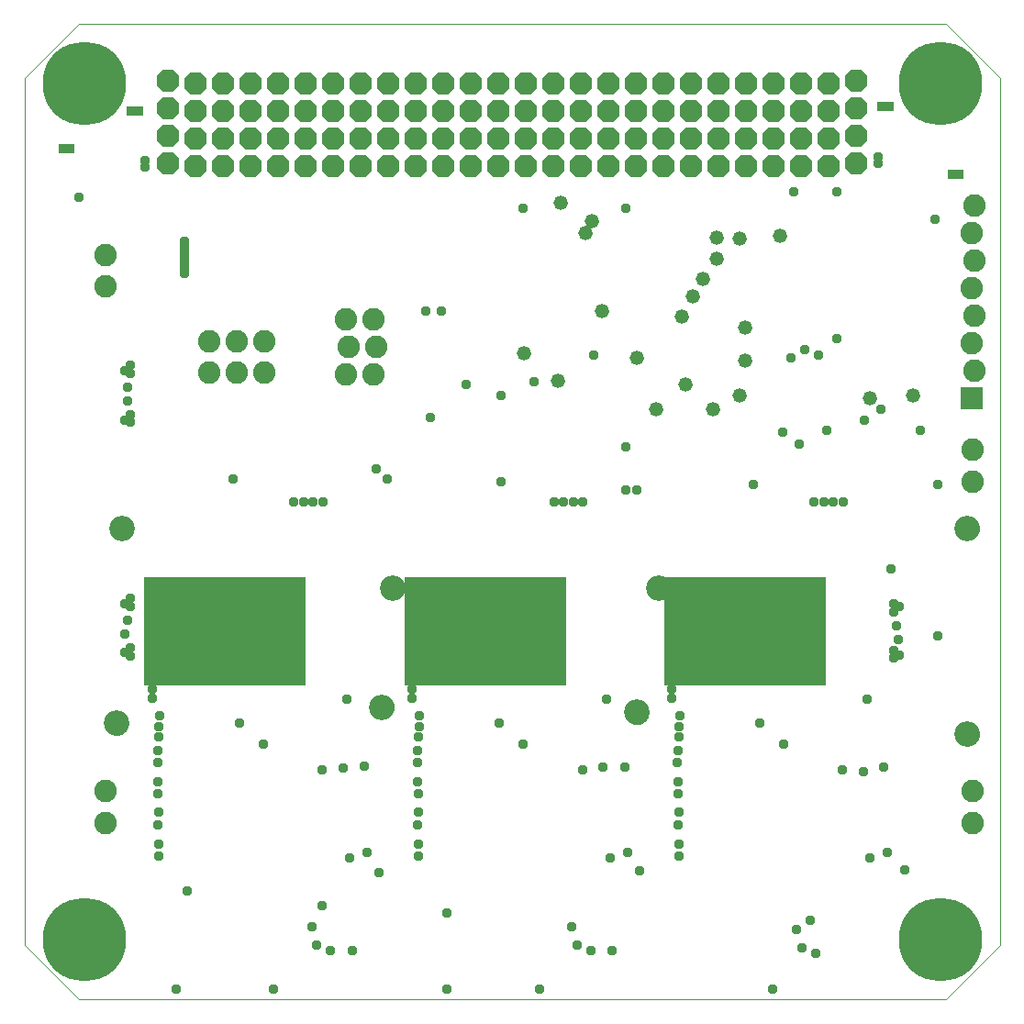
<source format=gbs>
G75*
%MOIN*%
%OFA0B0*%
%FSLAX25Y25*%
%IPPOS*%
%LPD*%
%AMOC8*
5,1,8,0,0,1.08239X$1,22.5*
%
%ADD10R,0.59055X0.39370*%
%ADD11OC8,0.08200*%
%ADD12C,0.00000*%
%ADD13C,0.30328*%
%ADD14C,0.05200*%
%ADD15C,0.09265*%
%ADD16C,0.08200*%
%ADD17R,0.08200X0.08200*%
%ADD18C,0.03778*%
%ADD19R,0.03778X0.03778*%
D10*
X0098457Y0151606D03*
X0192945Y0151606D03*
X0287433Y0151606D03*
D11*
X0287787Y0320425D03*
X0287787Y0330425D03*
X0297787Y0330425D03*
X0297787Y0320425D03*
X0307787Y0320425D03*
X0307787Y0330425D03*
X0317787Y0330425D03*
X0317787Y0320425D03*
X0327787Y0321425D03*
X0327787Y0331425D03*
X0327787Y0341425D03*
X0327787Y0351425D03*
X0317787Y0350425D03*
X0307787Y0350425D03*
X0307787Y0340425D03*
X0317787Y0340425D03*
X0297787Y0340425D03*
X0287787Y0340425D03*
X0287787Y0350425D03*
X0297787Y0350425D03*
X0277787Y0350425D03*
X0267787Y0350425D03*
X0267787Y0340425D03*
X0277787Y0340425D03*
X0277787Y0330425D03*
X0267787Y0330425D03*
X0267787Y0320425D03*
X0277787Y0320425D03*
X0257787Y0320425D03*
X0257787Y0330425D03*
X0247787Y0330425D03*
X0237787Y0330425D03*
X0237787Y0320425D03*
X0247787Y0320425D03*
X0227787Y0320425D03*
X0217787Y0320425D03*
X0217787Y0330425D03*
X0227787Y0330425D03*
X0227787Y0340425D03*
X0217787Y0340425D03*
X0217787Y0350425D03*
X0227787Y0350425D03*
X0237787Y0350425D03*
X0237787Y0340425D03*
X0247787Y0340425D03*
X0247787Y0350425D03*
X0257787Y0350425D03*
X0257787Y0340425D03*
X0207787Y0340425D03*
X0197787Y0340425D03*
X0197787Y0350425D03*
X0207787Y0350425D03*
X0187787Y0350425D03*
X0177787Y0350425D03*
X0177787Y0340425D03*
X0187787Y0340425D03*
X0187787Y0330425D03*
X0177787Y0330425D03*
X0177787Y0320425D03*
X0187787Y0320425D03*
X0197787Y0320425D03*
X0197787Y0330425D03*
X0207787Y0330425D03*
X0207787Y0320425D03*
X0167787Y0320425D03*
X0157787Y0320425D03*
X0157787Y0330425D03*
X0167787Y0330425D03*
X0167787Y0340425D03*
X0157787Y0340425D03*
X0157787Y0350425D03*
X0167787Y0350425D03*
X0147787Y0350425D03*
X0147787Y0340425D03*
X0137787Y0340425D03*
X0127787Y0340425D03*
X0127787Y0350425D03*
X0137787Y0350425D03*
X0117787Y0350425D03*
X0107787Y0350425D03*
X0107787Y0340425D03*
X0117787Y0340425D03*
X0117787Y0330425D03*
X0107787Y0330425D03*
X0107787Y0320425D03*
X0117787Y0320425D03*
X0127787Y0320425D03*
X0127787Y0330425D03*
X0137787Y0330425D03*
X0137787Y0320425D03*
X0147787Y0320425D03*
X0147787Y0330425D03*
X0097787Y0330425D03*
X0087787Y0330425D03*
X0087787Y0320425D03*
X0097787Y0320425D03*
X0097787Y0340425D03*
X0087787Y0340425D03*
X0087787Y0350425D03*
X0097787Y0350425D03*
X0077787Y0351425D03*
X0077787Y0341425D03*
X0077787Y0331425D03*
X0077787Y0321425D03*
D12*
X0025622Y0352394D02*
X0025622Y0037433D01*
X0045307Y0017748D01*
X0360268Y0017748D01*
X0379953Y0037433D01*
X0379953Y0352394D01*
X0360268Y0372079D01*
X0045307Y0372079D01*
X0025622Y0352394D01*
X0056823Y0189008D02*
X0056825Y0189138D01*
X0056831Y0189267D01*
X0056841Y0189397D01*
X0056855Y0189526D01*
X0056873Y0189654D01*
X0056894Y0189782D01*
X0056920Y0189909D01*
X0056950Y0190035D01*
X0056983Y0190161D01*
X0057020Y0190285D01*
X0057061Y0190408D01*
X0057106Y0190530D01*
X0057155Y0190650D01*
X0057207Y0190769D01*
X0057262Y0190886D01*
X0057322Y0191001D01*
X0057385Y0191115D01*
X0057451Y0191226D01*
X0057521Y0191336D01*
X0057594Y0191443D01*
X0057670Y0191548D01*
X0057749Y0191650D01*
X0057832Y0191750D01*
X0057917Y0191848D01*
X0058006Y0191943D01*
X0058097Y0192035D01*
X0058191Y0192124D01*
X0058288Y0192210D01*
X0058388Y0192293D01*
X0058489Y0192374D01*
X0058594Y0192451D01*
X0058700Y0192525D01*
X0058809Y0192595D01*
X0058920Y0192662D01*
X0059033Y0192726D01*
X0059148Y0192786D01*
X0059265Y0192843D01*
X0059383Y0192896D01*
X0059503Y0192945D01*
X0059625Y0192991D01*
X0059747Y0193033D01*
X0059871Y0193071D01*
X0059996Y0193105D01*
X0060122Y0193136D01*
X0060249Y0193163D01*
X0060377Y0193185D01*
X0060505Y0193204D01*
X0060634Y0193219D01*
X0060763Y0193230D01*
X0060893Y0193237D01*
X0061023Y0193240D01*
X0061152Y0193239D01*
X0061282Y0193234D01*
X0061411Y0193225D01*
X0061540Y0193212D01*
X0061669Y0193195D01*
X0061797Y0193174D01*
X0061924Y0193150D01*
X0062051Y0193121D01*
X0062176Y0193089D01*
X0062301Y0193052D01*
X0062424Y0193012D01*
X0062546Y0192969D01*
X0062667Y0192921D01*
X0062786Y0192870D01*
X0062904Y0192815D01*
X0063019Y0192756D01*
X0063133Y0192694D01*
X0063245Y0192629D01*
X0063355Y0192560D01*
X0063463Y0192488D01*
X0063569Y0192413D01*
X0063672Y0192334D01*
X0063773Y0192252D01*
X0063871Y0192167D01*
X0063966Y0192080D01*
X0064059Y0191989D01*
X0064149Y0191896D01*
X0064236Y0191799D01*
X0064320Y0191701D01*
X0064401Y0191599D01*
X0064479Y0191496D01*
X0064553Y0191389D01*
X0064625Y0191281D01*
X0064693Y0191171D01*
X0064757Y0191058D01*
X0064818Y0190944D01*
X0064876Y0190827D01*
X0064930Y0190710D01*
X0064980Y0190590D01*
X0065027Y0190469D01*
X0065070Y0190347D01*
X0065109Y0190223D01*
X0065144Y0190098D01*
X0065176Y0189972D01*
X0065203Y0189846D01*
X0065227Y0189718D01*
X0065247Y0189590D01*
X0065263Y0189461D01*
X0065275Y0189332D01*
X0065283Y0189202D01*
X0065287Y0189073D01*
X0065287Y0188943D01*
X0065283Y0188814D01*
X0065275Y0188684D01*
X0065263Y0188555D01*
X0065247Y0188426D01*
X0065227Y0188298D01*
X0065203Y0188170D01*
X0065176Y0188044D01*
X0065144Y0187918D01*
X0065109Y0187793D01*
X0065070Y0187669D01*
X0065027Y0187547D01*
X0064980Y0187426D01*
X0064930Y0187306D01*
X0064876Y0187189D01*
X0064818Y0187072D01*
X0064757Y0186958D01*
X0064693Y0186845D01*
X0064625Y0186735D01*
X0064553Y0186627D01*
X0064479Y0186520D01*
X0064401Y0186417D01*
X0064320Y0186315D01*
X0064236Y0186217D01*
X0064149Y0186120D01*
X0064059Y0186027D01*
X0063966Y0185936D01*
X0063871Y0185849D01*
X0063773Y0185764D01*
X0063672Y0185682D01*
X0063569Y0185603D01*
X0063463Y0185528D01*
X0063355Y0185456D01*
X0063245Y0185387D01*
X0063133Y0185322D01*
X0063019Y0185260D01*
X0062904Y0185201D01*
X0062786Y0185146D01*
X0062667Y0185095D01*
X0062546Y0185047D01*
X0062424Y0185004D01*
X0062301Y0184964D01*
X0062176Y0184927D01*
X0062051Y0184895D01*
X0061924Y0184866D01*
X0061797Y0184842D01*
X0061669Y0184821D01*
X0061540Y0184804D01*
X0061411Y0184791D01*
X0061282Y0184782D01*
X0061152Y0184777D01*
X0061023Y0184776D01*
X0060893Y0184779D01*
X0060763Y0184786D01*
X0060634Y0184797D01*
X0060505Y0184812D01*
X0060377Y0184831D01*
X0060249Y0184853D01*
X0060122Y0184880D01*
X0059996Y0184911D01*
X0059871Y0184945D01*
X0059747Y0184983D01*
X0059625Y0185025D01*
X0059503Y0185071D01*
X0059383Y0185120D01*
X0059265Y0185173D01*
X0059148Y0185230D01*
X0059033Y0185290D01*
X0058920Y0185354D01*
X0058809Y0185421D01*
X0058700Y0185491D01*
X0058594Y0185565D01*
X0058489Y0185642D01*
X0058388Y0185723D01*
X0058288Y0185806D01*
X0058191Y0185892D01*
X0058097Y0185981D01*
X0058006Y0186073D01*
X0057917Y0186168D01*
X0057832Y0186266D01*
X0057749Y0186366D01*
X0057670Y0186468D01*
X0057594Y0186573D01*
X0057521Y0186680D01*
X0057451Y0186790D01*
X0057385Y0186901D01*
X0057322Y0187015D01*
X0057262Y0187130D01*
X0057207Y0187247D01*
X0057155Y0187366D01*
X0057106Y0187486D01*
X0057061Y0187608D01*
X0057020Y0187731D01*
X0056983Y0187855D01*
X0056950Y0187981D01*
X0056920Y0188107D01*
X0056894Y0188234D01*
X0056873Y0188362D01*
X0056855Y0188490D01*
X0056841Y0188619D01*
X0056831Y0188749D01*
X0056825Y0188878D01*
X0056823Y0189008D01*
X0054855Y0118142D02*
X0054857Y0118272D01*
X0054863Y0118401D01*
X0054873Y0118531D01*
X0054887Y0118660D01*
X0054905Y0118788D01*
X0054926Y0118916D01*
X0054952Y0119043D01*
X0054982Y0119169D01*
X0055015Y0119295D01*
X0055052Y0119419D01*
X0055093Y0119542D01*
X0055138Y0119664D01*
X0055187Y0119784D01*
X0055239Y0119903D01*
X0055294Y0120020D01*
X0055354Y0120135D01*
X0055417Y0120249D01*
X0055483Y0120360D01*
X0055553Y0120470D01*
X0055626Y0120577D01*
X0055702Y0120682D01*
X0055781Y0120784D01*
X0055864Y0120884D01*
X0055949Y0120982D01*
X0056038Y0121077D01*
X0056129Y0121169D01*
X0056223Y0121258D01*
X0056320Y0121344D01*
X0056420Y0121427D01*
X0056521Y0121508D01*
X0056626Y0121585D01*
X0056732Y0121659D01*
X0056841Y0121729D01*
X0056952Y0121796D01*
X0057065Y0121860D01*
X0057180Y0121920D01*
X0057297Y0121977D01*
X0057415Y0122030D01*
X0057535Y0122079D01*
X0057657Y0122125D01*
X0057779Y0122167D01*
X0057903Y0122205D01*
X0058028Y0122239D01*
X0058154Y0122270D01*
X0058281Y0122297D01*
X0058409Y0122319D01*
X0058537Y0122338D01*
X0058666Y0122353D01*
X0058795Y0122364D01*
X0058925Y0122371D01*
X0059055Y0122374D01*
X0059184Y0122373D01*
X0059314Y0122368D01*
X0059443Y0122359D01*
X0059572Y0122346D01*
X0059701Y0122329D01*
X0059829Y0122308D01*
X0059956Y0122284D01*
X0060083Y0122255D01*
X0060208Y0122223D01*
X0060333Y0122186D01*
X0060456Y0122146D01*
X0060578Y0122103D01*
X0060699Y0122055D01*
X0060818Y0122004D01*
X0060936Y0121949D01*
X0061051Y0121890D01*
X0061165Y0121828D01*
X0061277Y0121763D01*
X0061387Y0121694D01*
X0061495Y0121622D01*
X0061601Y0121547D01*
X0061704Y0121468D01*
X0061805Y0121386D01*
X0061903Y0121301D01*
X0061998Y0121214D01*
X0062091Y0121123D01*
X0062181Y0121030D01*
X0062268Y0120933D01*
X0062352Y0120835D01*
X0062433Y0120733D01*
X0062511Y0120630D01*
X0062585Y0120523D01*
X0062657Y0120415D01*
X0062725Y0120305D01*
X0062789Y0120192D01*
X0062850Y0120078D01*
X0062908Y0119961D01*
X0062962Y0119844D01*
X0063012Y0119724D01*
X0063059Y0119603D01*
X0063102Y0119481D01*
X0063141Y0119357D01*
X0063176Y0119232D01*
X0063208Y0119106D01*
X0063235Y0118980D01*
X0063259Y0118852D01*
X0063279Y0118724D01*
X0063295Y0118595D01*
X0063307Y0118466D01*
X0063315Y0118336D01*
X0063319Y0118207D01*
X0063319Y0118077D01*
X0063315Y0117948D01*
X0063307Y0117818D01*
X0063295Y0117689D01*
X0063279Y0117560D01*
X0063259Y0117432D01*
X0063235Y0117304D01*
X0063208Y0117178D01*
X0063176Y0117052D01*
X0063141Y0116927D01*
X0063102Y0116803D01*
X0063059Y0116681D01*
X0063012Y0116560D01*
X0062962Y0116440D01*
X0062908Y0116323D01*
X0062850Y0116206D01*
X0062789Y0116092D01*
X0062725Y0115979D01*
X0062657Y0115869D01*
X0062585Y0115761D01*
X0062511Y0115654D01*
X0062433Y0115551D01*
X0062352Y0115449D01*
X0062268Y0115351D01*
X0062181Y0115254D01*
X0062091Y0115161D01*
X0061998Y0115070D01*
X0061903Y0114983D01*
X0061805Y0114898D01*
X0061704Y0114816D01*
X0061601Y0114737D01*
X0061495Y0114662D01*
X0061387Y0114590D01*
X0061277Y0114521D01*
X0061165Y0114456D01*
X0061051Y0114394D01*
X0060936Y0114335D01*
X0060818Y0114280D01*
X0060699Y0114229D01*
X0060578Y0114181D01*
X0060456Y0114138D01*
X0060333Y0114098D01*
X0060208Y0114061D01*
X0060083Y0114029D01*
X0059956Y0114000D01*
X0059829Y0113976D01*
X0059701Y0113955D01*
X0059572Y0113938D01*
X0059443Y0113925D01*
X0059314Y0113916D01*
X0059184Y0113911D01*
X0059055Y0113910D01*
X0058925Y0113913D01*
X0058795Y0113920D01*
X0058666Y0113931D01*
X0058537Y0113946D01*
X0058409Y0113965D01*
X0058281Y0113987D01*
X0058154Y0114014D01*
X0058028Y0114045D01*
X0057903Y0114079D01*
X0057779Y0114117D01*
X0057657Y0114159D01*
X0057535Y0114205D01*
X0057415Y0114254D01*
X0057297Y0114307D01*
X0057180Y0114364D01*
X0057065Y0114424D01*
X0056952Y0114488D01*
X0056841Y0114555D01*
X0056732Y0114625D01*
X0056626Y0114699D01*
X0056521Y0114776D01*
X0056420Y0114857D01*
X0056320Y0114940D01*
X0056223Y0115026D01*
X0056129Y0115115D01*
X0056038Y0115207D01*
X0055949Y0115302D01*
X0055864Y0115400D01*
X0055781Y0115500D01*
X0055702Y0115602D01*
X0055626Y0115707D01*
X0055553Y0115814D01*
X0055483Y0115924D01*
X0055417Y0116035D01*
X0055354Y0116149D01*
X0055294Y0116264D01*
X0055239Y0116381D01*
X0055187Y0116500D01*
X0055138Y0116620D01*
X0055093Y0116742D01*
X0055052Y0116865D01*
X0055015Y0116989D01*
X0054982Y0117115D01*
X0054952Y0117241D01*
X0054926Y0117368D01*
X0054905Y0117496D01*
X0054887Y0117624D01*
X0054873Y0117753D01*
X0054863Y0117883D01*
X0054857Y0118012D01*
X0054855Y0118142D01*
X0151311Y0124047D02*
X0151313Y0124177D01*
X0151319Y0124306D01*
X0151329Y0124436D01*
X0151343Y0124565D01*
X0151361Y0124693D01*
X0151382Y0124821D01*
X0151408Y0124948D01*
X0151438Y0125074D01*
X0151471Y0125200D01*
X0151508Y0125324D01*
X0151549Y0125447D01*
X0151594Y0125569D01*
X0151643Y0125689D01*
X0151695Y0125808D01*
X0151750Y0125925D01*
X0151810Y0126040D01*
X0151873Y0126154D01*
X0151939Y0126265D01*
X0152009Y0126375D01*
X0152082Y0126482D01*
X0152158Y0126587D01*
X0152237Y0126689D01*
X0152320Y0126789D01*
X0152405Y0126887D01*
X0152494Y0126982D01*
X0152585Y0127074D01*
X0152679Y0127163D01*
X0152776Y0127249D01*
X0152876Y0127332D01*
X0152977Y0127413D01*
X0153082Y0127490D01*
X0153188Y0127564D01*
X0153297Y0127634D01*
X0153408Y0127701D01*
X0153521Y0127765D01*
X0153636Y0127825D01*
X0153753Y0127882D01*
X0153871Y0127935D01*
X0153991Y0127984D01*
X0154113Y0128030D01*
X0154235Y0128072D01*
X0154359Y0128110D01*
X0154484Y0128144D01*
X0154610Y0128175D01*
X0154737Y0128202D01*
X0154865Y0128224D01*
X0154993Y0128243D01*
X0155122Y0128258D01*
X0155251Y0128269D01*
X0155381Y0128276D01*
X0155511Y0128279D01*
X0155640Y0128278D01*
X0155770Y0128273D01*
X0155899Y0128264D01*
X0156028Y0128251D01*
X0156157Y0128234D01*
X0156285Y0128213D01*
X0156412Y0128189D01*
X0156539Y0128160D01*
X0156664Y0128128D01*
X0156789Y0128091D01*
X0156912Y0128051D01*
X0157034Y0128008D01*
X0157155Y0127960D01*
X0157274Y0127909D01*
X0157392Y0127854D01*
X0157507Y0127795D01*
X0157621Y0127733D01*
X0157733Y0127668D01*
X0157843Y0127599D01*
X0157951Y0127527D01*
X0158057Y0127452D01*
X0158160Y0127373D01*
X0158261Y0127291D01*
X0158359Y0127206D01*
X0158454Y0127119D01*
X0158547Y0127028D01*
X0158637Y0126935D01*
X0158724Y0126838D01*
X0158808Y0126740D01*
X0158889Y0126638D01*
X0158967Y0126535D01*
X0159041Y0126428D01*
X0159113Y0126320D01*
X0159181Y0126210D01*
X0159245Y0126097D01*
X0159306Y0125983D01*
X0159364Y0125866D01*
X0159418Y0125749D01*
X0159468Y0125629D01*
X0159515Y0125508D01*
X0159558Y0125386D01*
X0159597Y0125262D01*
X0159632Y0125137D01*
X0159664Y0125011D01*
X0159691Y0124885D01*
X0159715Y0124757D01*
X0159735Y0124629D01*
X0159751Y0124500D01*
X0159763Y0124371D01*
X0159771Y0124241D01*
X0159775Y0124112D01*
X0159775Y0123982D01*
X0159771Y0123853D01*
X0159763Y0123723D01*
X0159751Y0123594D01*
X0159735Y0123465D01*
X0159715Y0123337D01*
X0159691Y0123209D01*
X0159664Y0123083D01*
X0159632Y0122957D01*
X0159597Y0122832D01*
X0159558Y0122708D01*
X0159515Y0122586D01*
X0159468Y0122465D01*
X0159418Y0122345D01*
X0159364Y0122228D01*
X0159306Y0122111D01*
X0159245Y0121997D01*
X0159181Y0121884D01*
X0159113Y0121774D01*
X0159041Y0121666D01*
X0158967Y0121559D01*
X0158889Y0121456D01*
X0158808Y0121354D01*
X0158724Y0121256D01*
X0158637Y0121159D01*
X0158547Y0121066D01*
X0158454Y0120975D01*
X0158359Y0120888D01*
X0158261Y0120803D01*
X0158160Y0120721D01*
X0158057Y0120642D01*
X0157951Y0120567D01*
X0157843Y0120495D01*
X0157733Y0120426D01*
X0157621Y0120361D01*
X0157507Y0120299D01*
X0157392Y0120240D01*
X0157274Y0120185D01*
X0157155Y0120134D01*
X0157034Y0120086D01*
X0156912Y0120043D01*
X0156789Y0120003D01*
X0156664Y0119966D01*
X0156539Y0119934D01*
X0156412Y0119905D01*
X0156285Y0119881D01*
X0156157Y0119860D01*
X0156028Y0119843D01*
X0155899Y0119830D01*
X0155770Y0119821D01*
X0155640Y0119816D01*
X0155511Y0119815D01*
X0155381Y0119818D01*
X0155251Y0119825D01*
X0155122Y0119836D01*
X0154993Y0119851D01*
X0154865Y0119870D01*
X0154737Y0119892D01*
X0154610Y0119919D01*
X0154484Y0119950D01*
X0154359Y0119984D01*
X0154235Y0120022D01*
X0154113Y0120064D01*
X0153991Y0120110D01*
X0153871Y0120159D01*
X0153753Y0120212D01*
X0153636Y0120269D01*
X0153521Y0120329D01*
X0153408Y0120393D01*
X0153297Y0120460D01*
X0153188Y0120530D01*
X0153082Y0120604D01*
X0152977Y0120681D01*
X0152876Y0120762D01*
X0152776Y0120845D01*
X0152679Y0120931D01*
X0152585Y0121020D01*
X0152494Y0121112D01*
X0152405Y0121207D01*
X0152320Y0121305D01*
X0152237Y0121405D01*
X0152158Y0121507D01*
X0152082Y0121612D01*
X0152009Y0121719D01*
X0151939Y0121829D01*
X0151873Y0121940D01*
X0151810Y0122054D01*
X0151750Y0122169D01*
X0151695Y0122286D01*
X0151643Y0122405D01*
X0151594Y0122525D01*
X0151549Y0122647D01*
X0151508Y0122770D01*
X0151471Y0122894D01*
X0151438Y0123020D01*
X0151408Y0123146D01*
X0151382Y0123273D01*
X0151361Y0123401D01*
X0151343Y0123529D01*
X0151329Y0123658D01*
X0151319Y0123788D01*
X0151313Y0123917D01*
X0151311Y0124047D01*
X0155248Y0167354D02*
X0155250Y0167484D01*
X0155256Y0167613D01*
X0155266Y0167743D01*
X0155280Y0167872D01*
X0155298Y0168000D01*
X0155319Y0168128D01*
X0155345Y0168255D01*
X0155375Y0168381D01*
X0155408Y0168507D01*
X0155445Y0168631D01*
X0155486Y0168754D01*
X0155531Y0168876D01*
X0155580Y0168996D01*
X0155632Y0169115D01*
X0155687Y0169232D01*
X0155747Y0169347D01*
X0155810Y0169461D01*
X0155876Y0169572D01*
X0155946Y0169682D01*
X0156019Y0169789D01*
X0156095Y0169894D01*
X0156174Y0169996D01*
X0156257Y0170096D01*
X0156342Y0170194D01*
X0156431Y0170289D01*
X0156522Y0170381D01*
X0156616Y0170470D01*
X0156713Y0170556D01*
X0156813Y0170639D01*
X0156914Y0170720D01*
X0157019Y0170797D01*
X0157125Y0170871D01*
X0157234Y0170941D01*
X0157345Y0171008D01*
X0157458Y0171072D01*
X0157573Y0171132D01*
X0157690Y0171189D01*
X0157808Y0171242D01*
X0157928Y0171291D01*
X0158050Y0171337D01*
X0158172Y0171379D01*
X0158296Y0171417D01*
X0158421Y0171451D01*
X0158547Y0171482D01*
X0158674Y0171509D01*
X0158802Y0171531D01*
X0158930Y0171550D01*
X0159059Y0171565D01*
X0159188Y0171576D01*
X0159318Y0171583D01*
X0159448Y0171586D01*
X0159577Y0171585D01*
X0159707Y0171580D01*
X0159836Y0171571D01*
X0159965Y0171558D01*
X0160094Y0171541D01*
X0160222Y0171520D01*
X0160349Y0171496D01*
X0160476Y0171467D01*
X0160601Y0171435D01*
X0160726Y0171398D01*
X0160849Y0171358D01*
X0160971Y0171315D01*
X0161092Y0171267D01*
X0161211Y0171216D01*
X0161329Y0171161D01*
X0161444Y0171102D01*
X0161558Y0171040D01*
X0161670Y0170975D01*
X0161780Y0170906D01*
X0161888Y0170834D01*
X0161994Y0170759D01*
X0162097Y0170680D01*
X0162198Y0170598D01*
X0162296Y0170513D01*
X0162391Y0170426D01*
X0162484Y0170335D01*
X0162574Y0170242D01*
X0162661Y0170145D01*
X0162745Y0170047D01*
X0162826Y0169945D01*
X0162904Y0169842D01*
X0162978Y0169735D01*
X0163050Y0169627D01*
X0163118Y0169517D01*
X0163182Y0169404D01*
X0163243Y0169290D01*
X0163301Y0169173D01*
X0163355Y0169056D01*
X0163405Y0168936D01*
X0163452Y0168815D01*
X0163495Y0168693D01*
X0163534Y0168569D01*
X0163569Y0168444D01*
X0163601Y0168318D01*
X0163628Y0168192D01*
X0163652Y0168064D01*
X0163672Y0167936D01*
X0163688Y0167807D01*
X0163700Y0167678D01*
X0163708Y0167548D01*
X0163712Y0167419D01*
X0163712Y0167289D01*
X0163708Y0167160D01*
X0163700Y0167030D01*
X0163688Y0166901D01*
X0163672Y0166772D01*
X0163652Y0166644D01*
X0163628Y0166516D01*
X0163601Y0166390D01*
X0163569Y0166264D01*
X0163534Y0166139D01*
X0163495Y0166015D01*
X0163452Y0165893D01*
X0163405Y0165772D01*
X0163355Y0165652D01*
X0163301Y0165535D01*
X0163243Y0165418D01*
X0163182Y0165304D01*
X0163118Y0165191D01*
X0163050Y0165081D01*
X0162978Y0164973D01*
X0162904Y0164866D01*
X0162826Y0164763D01*
X0162745Y0164661D01*
X0162661Y0164563D01*
X0162574Y0164466D01*
X0162484Y0164373D01*
X0162391Y0164282D01*
X0162296Y0164195D01*
X0162198Y0164110D01*
X0162097Y0164028D01*
X0161994Y0163949D01*
X0161888Y0163874D01*
X0161780Y0163802D01*
X0161670Y0163733D01*
X0161558Y0163668D01*
X0161444Y0163606D01*
X0161329Y0163547D01*
X0161211Y0163492D01*
X0161092Y0163441D01*
X0160971Y0163393D01*
X0160849Y0163350D01*
X0160726Y0163310D01*
X0160601Y0163273D01*
X0160476Y0163241D01*
X0160349Y0163212D01*
X0160222Y0163188D01*
X0160094Y0163167D01*
X0159965Y0163150D01*
X0159836Y0163137D01*
X0159707Y0163128D01*
X0159577Y0163123D01*
X0159448Y0163122D01*
X0159318Y0163125D01*
X0159188Y0163132D01*
X0159059Y0163143D01*
X0158930Y0163158D01*
X0158802Y0163177D01*
X0158674Y0163199D01*
X0158547Y0163226D01*
X0158421Y0163257D01*
X0158296Y0163291D01*
X0158172Y0163329D01*
X0158050Y0163371D01*
X0157928Y0163417D01*
X0157808Y0163466D01*
X0157690Y0163519D01*
X0157573Y0163576D01*
X0157458Y0163636D01*
X0157345Y0163700D01*
X0157234Y0163767D01*
X0157125Y0163837D01*
X0157019Y0163911D01*
X0156914Y0163988D01*
X0156813Y0164069D01*
X0156713Y0164152D01*
X0156616Y0164238D01*
X0156522Y0164327D01*
X0156431Y0164419D01*
X0156342Y0164514D01*
X0156257Y0164612D01*
X0156174Y0164712D01*
X0156095Y0164814D01*
X0156019Y0164919D01*
X0155946Y0165026D01*
X0155876Y0165136D01*
X0155810Y0165247D01*
X0155747Y0165361D01*
X0155687Y0165476D01*
X0155632Y0165593D01*
X0155580Y0165712D01*
X0155531Y0165832D01*
X0155486Y0165954D01*
X0155445Y0166077D01*
X0155408Y0166201D01*
X0155375Y0166327D01*
X0155345Y0166453D01*
X0155319Y0166580D01*
X0155298Y0166708D01*
X0155280Y0166836D01*
X0155266Y0166965D01*
X0155256Y0167095D01*
X0155250Y0167224D01*
X0155248Y0167354D01*
X0243831Y0122079D02*
X0243833Y0122209D01*
X0243839Y0122338D01*
X0243849Y0122468D01*
X0243863Y0122597D01*
X0243881Y0122725D01*
X0243902Y0122853D01*
X0243928Y0122980D01*
X0243958Y0123106D01*
X0243991Y0123232D01*
X0244028Y0123356D01*
X0244069Y0123479D01*
X0244114Y0123601D01*
X0244163Y0123721D01*
X0244215Y0123840D01*
X0244270Y0123957D01*
X0244330Y0124072D01*
X0244393Y0124186D01*
X0244459Y0124297D01*
X0244529Y0124407D01*
X0244602Y0124514D01*
X0244678Y0124619D01*
X0244757Y0124721D01*
X0244840Y0124821D01*
X0244925Y0124919D01*
X0245014Y0125014D01*
X0245105Y0125106D01*
X0245199Y0125195D01*
X0245296Y0125281D01*
X0245396Y0125364D01*
X0245497Y0125445D01*
X0245602Y0125522D01*
X0245708Y0125596D01*
X0245817Y0125666D01*
X0245928Y0125733D01*
X0246041Y0125797D01*
X0246156Y0125857D01*
X0246273Y0125914D01*
X0246391Y0125967D01*
X0246511Y0126016D01*
X0246633Y0126062D01*
X0246755Y0126104D01*
X0246879Y0126142D01*
X0247004Y0126176D01*
X0247130Y0126207D01*
X0247257Y0126234D01*
X0247385Y0126256D01*
X0247513Y0126275D01*
X0247642Y0126290D01*
X0247771Y0126301D01*
X0247901Y0126308D01*
X0248031Y0126311D01*
X0248160Y0126310D01*
X0248290Y0126305D01*
X0248419Y0126296D01*
X0248548Y0126283D01*
X0248677Y0126266D01*
X0248805Y0126245D01*
X0248932Y0126221D01*
X0249059Y0126192D01*
X0249184Y0126160D01*
X0249309Y0126123D01*
X0249432Y0126083D01*
X0249554Y0126040D01*
X0249675Y0125992D01*
X0249794Y0125941D01*
X0249912Y0125886D01*
X0250027Y0125827D01*
X0250141Y0125765D01*
X0250253Y0125700D01*
X0250363Y0125631D01*
X0250471Y0125559D01*
X0250577Y0125484D01*
X0250680Y0125405D01*
X0250781Y0125323D01*
X0250879Y0125238D01*
X0250974Y0125151D01*
X0251067Y0125060D01*
X0251157Y0124967D01*
X0251244Y0124870D01*
X0251328Y0124772D01*
X0251409Y0124670D01*
X0251487Y0124567D01*
X0251561Y0124460D01*
X0251633Y0124352D01*
X0251701Y0124242D01*
X0251765Y0124129D01*
X0251826Y0124015D01*
X0251884Y0123898D01*
X0251938Y0123781D01*
X0251988Y0123661D01*
X0252035Y0123540D01*
X0252078Y0123418D01*
X0252117Y0123294D01*
X0252152Y0123169D01*
X0252184Y0123043D01*
X0252211Y0122917D01*
X0252235Y0122789D01*
X0252255Y0122661D01*
X0252271Y0122532D01*
X0252283Y0122403D01*
X0252291Y0122273D01*
X0252295Y0122144D01*
X0252295Y0122014D01*
X0252291Y0121885D01*
X0252283Y0121755D01*
X0252271Y0121626D01*
X0252255Y0121497D01*
X0252235Y0121369D01*
X0252211Y0121241D01*
X0252184Y0121115D01*
X0252152Y0120989D01*
X0252117Y0120864D01*
X0252078Y0120740D01*
X0252035Y0120618D01*
X0251988Y0120497D01*
X0251938Y0120377D01*
X0251884Y0120260D01*
X0251826Y0120143D01*
X0251765Y0120029D01*
X0251701Y0119916D01*
X0251633Y0119806D01*
X0251561Y0119698D01*
X0251487Y0119591D01*
X0251409Y0119488D01*
X0251328Y0119386D01*
X0251244Y0119288D01*
X0251157Y0119191D01*
X0251067Y0119098D01*
X0250974Y0119007D01*
X0250879Y0118920D01*
X0250781Y0118835D01*
X0250680Y0118753D01*
X0250577Y0118674D01*
X0250471Y0118599D01*
X0250363Y0118527D01*
X0250253Y0118458D01*
X0250141Y0118393D01*
X0250027Y0118331D01*
X0249912Y0118272D01*
X0249794Y0118217D01*
X0249675Y0118166D01*
X0249554Y0118118D01*
X0249432Y0118075D01*
X0249309Y0118035D01*
X0249184Y0117998D01*
X0249059Y0117966D01*
X0248932Y0117937D01*
X0248805Y0117913D01*
X0248677Y0117892D01*
X0248548Y0117875D01*
X0248419Y0117862D01*
X0248290Y0117853D01*
X0248160Y0117848D01*
X0248031Y0117847D01*
X0247901Y0117850D01*
X0247771Y0117857D01*
X0247642Y0117868D01*
X0247513Y0117883D01*
X0247385Y0117902D01*
X0247257Y0117924D01*
X0247130Y0117951D01*
X0247004Y0117982D01*
X0246879Y0118016D01*
X0246755Y0118054D01*
X0246633Y0118096D01*
X0246511Y0118142D01*
X0246391Y0118191D01*
X0246273Y0118244D01*
X0246156Y0118301D01*
X0246041Y0118361D01*
X0245928Y0118425D01*
X0245817Y0118492D01*
X0245708Y0118562D01*
X0245602Y0118636D01*
X0245497Y0118713D01*
X0245396Y0118794D01*
X0245296Y0118877D01*
X0245199Y0118963D01*
X0245105Y0119052D01*
X0245014Y0119144D01*
X0244925Y0119239D01*
X0244840Y0119337D01*
X0244757Y0119437D01*
X0244678Y0119539D01*
X0244602Y0119644D01*
X0244529Y0119751D01*
X0244459Y0119861D01*
X0244393Y0119972D01*
X0244330Y0120086D01*
X0244270Y0120201D01*
X0244215Y0120318D01*
X0244163Y0120437D01*
X0244114Y0120557D01*
X0244069Y0120679D01*
X0244028Y0120802D01*
X0243991Y0120926D01*
X0243958Y0121052D01*
X0243928Y0121178D01*
X0243902Y0121305D01*
X0243881Y0121433D01*
X0243863Y0121561D01*
X0243849Y0121690D01*
X0243839Y0121820D01*
X0243833Y0121949D01*
X0243831Y0122079D01*
X0251705Y0167354D02*
X0251707Y0167484D01*
X0251713Y0167613D01*
X0251723Y0167743D01*
X0251737Y0167872D01*
X0251755Y0168000D01*
X0251776Y0168128D01*
X0251802Y0168255D01*
X0251832Y0168381D01*
X0251865Y0168507D01*
X0251902Y0168631D01*
X0251943Y0168754D01*
X0251988Y0168876D01*
X0252037Y0168996D01*
X0252089Y0169115D01*
X0252144Y0169232D01*
X0252204Y0169347D01*
X0252267Y0169461D01*
X0252333Y0169572D01*
X0252403Y0169682D01*
X0252476Y0169789D01*
X0252552Y0169894D01*
X0252631Y0169996D01*
X0252714Y0170096D01*
X0252799Y0170194D01*
X0252888Y0170289D01*
X0252979Y0170381D01*
X0253073Y0170470D01*
X0253170Y0170556D01*
X0253270Y0170639D01*
X0253371Y0170720D01*
X0253476Y0170797D01*
X0253582Y0170871D01*
X0253691Y0170941D01*
X0253802Y0171008D01*
X0253915Y0171072D01*
X0254030Y0171132D01*
X0254147Y0171189D01*
X0254265Y0171242D01*
X0254385Y0171291D01*
X0254507Y0171337D01*
X0254629Y0171379D01*
X0254753Y0171417D01*
X0254878Y0171451D01*
X0255004Y0171482D01*
X0255131Y0171509D01*
X0255259Y0171531D01*
X0255387Y0171550D01*
X0255516Y0171565D01*
X0255645Y0171576D01*
X0255775Y0171583D01*
X0255905Y0171586D01*
X0256034Y0171585D01*
X0256164Y0171580D01*
X0256293Y0171571D01*
X0256422Y0171558D01*
X0256551Y0171541D01*
X0256679Y0171520D01*
X0256806Y0171496D01*
X0256933Y0171467D01*
X0257058Y0171435D01*
X0257183Y0171398D01*
X0257306Y0171358D01*
X0257428Y0171315D01*
X0257549Y0171267D01*
X0257668Y0171216D01*
X0257786Y0171161D01*
X0257901Y0171102D01*
X0258015Y0171040D01*
X0258127Y0170975D01*
X0258237Y0170906D01*
X0258345Y0170834D01*
X0258451Y0170759D01*
X0258554Y0170680D01*
X0258655Y0170598D01*
X0258753Y0170513D01*
X0258848Y0170426D01*
X0258941Y0170335D01*
X0259031Y0170242D01*
X0259118Y0170145D01*
X0259202Y0170047D01*
X0259283Y0169945D01*
X0259361Y0169842D01*
X0259435Y0169735D01*
X0259507Y0169627D01*
X0259575Y0169517D01*
X0259639Y0169404D01*
X0259700Y0169290D01*
X0259758Y0169173D01*
X0259812Y0169056D01*
X0259862Y0168936D01*
X0259909Y0168815D01*
X0259952Y0168693D01*
X0259991Y0168569D01*
X0260026Y0168444D01*
X0260058Y0168318D01*
X0260085Y0168192D01*
X0260109Y0168064D01*
X0260129Y0167936D01*
X0260145Y0167807D01*
X0260157Y0167678D01*
X0260165Y0167548D01*
X0260169Y0167419D01*
X0260169Y0167289D01*
X0260165Y0167160D01*
X0260157Y0167030D01*
X0260145Y0166901D01*
X0260129Y0166772D01*
X0260109Y0166644D01*
X0260085Y0166516D01*
X0260058Y0166390D01*
X0260026Y0166264D01*
X0259991Y0166139D01*
X0259952Y0166015D01*
X0259909Y0165893D01*
X0259862Y0165772D01*
X0259812Y0165652D01*
X0259758Y0165535D01*
X0259700Y0165418D01*
X0259639Y0165304D01*
X0259575Y0165191D01*
X0259507Y0165081D01*
X0259435Y0164973D01*
X0259361Y0164866D01*
X0259283Y0164763D01*
X0259202Y0164661D01*
X0259118Y0164563D01*
X0259031Y0164466D01*
X0258941Y0164373D01*
X0258848Y0164282D01*
X0258753Y0164195D01*
X0258655Y0164110D01*
X0258554Y0164028D01*
X0258451Y0163949D01*
X0258345Y0163874D01*
X0258237Y0163802D01*
X0258127Y0163733D01*
X0258015Y0163668D01*
X0257901Y0163606D01*
X0257786Y0163547D01*
X0257668Y0163492D01*
X0257549Y0163441D01*
X0257428Y0163393D01*
X0257306Y0163350D01*
X0257183Y0163310D01*
X0257058Y0163273D01*
X0256933Y0163241D01*
X0256806Y0163212D01*
X0256679Y0163188D01*
X0256551Y0163167D01*
X0256422Y0163150D01*
X0256293Y0163137D01*
X0256164Y0163128D01*
X0256034Y0163123D01*
X0255905Y0163122D01*
X0255775Y0163125D01*
X0255645Y0163132D01*
X0255516Y0163143D01*
X0255387Y0163158D01*
X0255259Y0163177D01*
X0255131Y0163199D01*
X0255004Y0163226D01*
X0254878Y0163257D01*
X0254753Y0163291D01*
X0254629Y0163329D01*
X0254507Y0163371D01*
X0254385Y0163417D01*
X0254265Y0163466D01*
X0254147Y0163519D01*
X0254030Y0163576D01*
X0253915Y0163636D01*
X0253802Y0163700D01*
X0253691Y0163767D01*
X0253582Y0163837D01*
X0253476Y0163911D01*
X0253371Y0163988D01*
X0253270Y0164069D01*
X0253170Y0164152D01*
X0253073Y0164238D01*
X0252979Y0164327D01*
X0252888Y0164419D01*
X0252799Y0164514D01*
X0252714Y0164612D01*
X0252631Y0164712D01*
X0252552Y0164814D01*
X0252476Y0164919D01*
X0252403Y0165026D01*
X0252333Y0165136D01*
X0252267Y0165247D01*
X0252204Y0165361D01*
X0252144Y0165476D01*
X0252089Y0165593D01*
X0252037Y0165712D01*
X0251988Y0165832D01*
X0251943Y0165954D01*
X0251902Y0166077D01*
X0251865Y0166201D01*
X0251832Y0166327D01*
X0251802Y0166453D01*
X0251776Y0166580D01*
X0251755Y0166708D01*
X0251737Y0166836D01*
X0251723Y0166965D01*
X0251713Y0167095D01*
X0251707Y0167224D01*
X0251705Y0167354D01*
X0363910Y0189008D02*
X0363912Y0189138D01*
X0363918Y0189267D01*
X0363928Y0189397D01*
X0363942Y0189526D01*
X0363960Y0189654D01*
X0363981Y0189782D01*
X0364007Y0189909D01*
X0364037Y0190035D01*
X0364070Y0190161D01*
X0364107Y0190285D01*
X0364148Y0190408D01*
X0364193Y0190530D01*
X0364242Y0190650D01*
X0364294Y0190769D01*
X0364349Y0190886D01*
X0364409Y0191001D01*
X0364472Y0191115D01*
X0364538Y0191226D01*
X0364608Y0191336D01*
X0364681Y0191443D01*
X0364757Y0191548D01*
X0364836Y0191650D01*
X0364919Y0191750D01*
X0365004Y0191848D01*
X0365093Y0191943D01*
X0365184Y0192035D01*
X0365278Y0192124D01*
X0365375Y0192210D01*
X0365475Y0192293D01*
X0365576Y0192374D01*
X0365681Y0192451D01*
X0365787Y0192525D01*
X0365896Y0192595D01*
X0366007Y0192662D01*
X0366120Y0192726D01*
X0366235Y0192786D01*
X0366352Y0192843D01*
X0366470Y0192896D01*
X0366590Y0192945D01*
X0366712Y0192991D01*
X0366834Y0193033D01*
X0366958Y0193071D01*
X0367083Y0193105D01*
X0367209Y0193136D01*
X0367336Y0193163D01*
X0367464Y0193185D01*
X0367592Y0193204D01*
X0367721Y0193219D01*
X0367850Y0193230D01*
X0367980Y0193237D01*
X0368110Y0193240D01*
X0368239Y0193239D01*
X0368369Y0193234D01*
X0368498Y0193225D01*
X0368627Y0193212D01*
X0368756Y0193195D01*
X0368884Y0193174D01*
X0369011Y0193150D01*
X0369138Y0193121D01*
X0369263Y0193089D01*
X0369388Y0193052D01*
X0369511Y0193012D01*
X0369633Y0192969D01*
X0369754Y0192921D01*
X0369873Y0192870D01*
X0369991Y0192815D01*
X0370106Y0192756D01*
X0370220Y0192694D01*
X0370332Y0192629D01*
X0370442Y0192560D01*
X0370550Y0192488D01*
X0370656Y0192413D01*
X0370759Y0192334D01*
X0370860Y0192252D01*
X0370958Y0192167D01*
X0371053Y0192080D01*
X0371146Y0191989D01*
X0371236Y0191896D01*
X0371323Y0191799D01*
X0371407Y0191701D01*
X0371488Y0191599D01*
X0371566Y0191496D01*
X0371640Y0191389D01*
X0371712Y0191281D01*
X0371780Y0191171D01*
X0371844Y0191058D01*
X0371905Y0190944D01*
X0371963Y0190827D01*
X0372017Y0190710D01*
X0372067Y0190590D01*
X0372114Y0190469D01*
X0372157Y0190347D01*
X0372196Y0190223D01*
X0372231Y0190098D01*
X0372263Y0189972D01*
X0372290Y0189846D01*
X0372314Y0189718D01*
X0372334Y0189590D01*
X0372350Y0189461D01*
X0372362Y0189332D01*
X0372370Y0189202D01*
X0372374Y0189073D01*
X0372374Y0188943D01*
X0372370Y0188814D01*
X0372362Y0188684D01*
X0372350Y0188555D01*
X0372334Y0188426D01*
X0372314Y0188298D01*
X0372290Y0188170D01*
X0372263Y0188044D01*
X0372231Y0187918D01*
X0372196Y0187793D01*
X0372157Y0187669D01*
X0372114Y0187547D01*
X0372067Y0187426D01*
X0372017Y0187306D01*
X0371963Y0187189D01*
X0371905Y0187072D01*
X0371844Y0186958D01*
X0371780Y0186845D01*
X0371712Y0186735D01*
X0371640Y0186627D01*
X0371566Y0186520D01*
X0371488Y0186417D01*
X0371407Y0186315D01*
X0371323Y0186217D01*
X0371236Y0186120D01*
X0371146Y0186027D01*
X0371053Y0185936D01*
X0370958Y0185849D01*
X0370860Y0185764D01*
X0370759Y0185682D01*
X0370656Y0185603D01*
X0370550Y0185528D01*
X0370442Y0185456D01*
X0370332Y0185387D01*
X0370220Y0185322D01*
X0370106Y0185260D01*
X0369991Y0185201D01*
X0369873Y0185146D01*
X0369754Y0185095D01*
X0369633Y0185047D01*
X0369511Y0185004D01*
X0369388Y0184964D01*
X0369263Y0184927D01*
X0369138Y0184895D01*
X0369011Y0184866D01*
X0368884Y0184842D01*
X0368756Y0184821D01*
X0368627Y0184804D01*
X0368498Y0184791D01*
X0368369Y0184782D01*
X0368239Y0184777D01*
X0368110Y0184776D01*
X0367980Y0184779D01*
X0367850Y0184786D01*
X0367721Y0184797D01*
X0367592Y0184812D01*
X0367464Y0184831D01*
X0367336Y0184853D01*
X0367209Y0184880D01*
X0367083Y0184911D01*
X0366958Y0184945D01*
X0366834Y0184983D01*
X0366712Y0185025D01*
X0366590Y0185071D01*
X0366470Y0185120D01*
X0366352Y0185173D01*
X0366235Y0185230D01*
X0366120Y0185290D01*
X0366007Y0185354D01*
X0365896Y0185421D01*
X0365787Y0185491D01*
X0365681Y0185565D01*
X0365576Y0185642D01*
X0365475Y0185723D01*
X0365375Y0185806D01*
X0365278Y0185892D01*
X0365184Y0185981D01*
X0365093Y0186073D01*
X0365004Y0186168D01*
X0364919Y0186266D01*
X0364836Y0186366D01*
X0364757Y0186468D01*
X0364681Y0186573D01*
X0364608Y0186680D01*
X0364538Y0186790D01*
X0364472Y0186901D01*
X0364409Y0187015D01*
X0364349Y0187130D01*
X0364294Y0187247D01*
X0364242Y0187366D01*
X0364193Y0187486D01*
X0364148Y0187608D01*
X0364107Y0187731D01*
X0364070Y0187855D01*
X0364037Y0187981D01*
X0364007Y0188107D01*
X0363981Y0188234D01*
X0363960Y0188362D01*
X0363942Y0188490D01*
X0363928Y0188619D01*
X0363918Y0188749D01*
X0363912Y0188878D01*
X0363910Y0189008D01*
X0363910Y0114205D02*
X0363912Y0114335D01*
X0363918Y0114464D01*
X0363928Y0114594D01*
X0363942Y0114723D01*
X0363960Y0114851D01*
X0363981Y0114979D01*
X0364007Y0115106D01*
X0364037Y0115232D01*
X0364070Y0115358D01*
X0364107Y0115482D01*
X0364148Y0115605D01*
X0364193Y0115727D01*
X0364242Y0115847D01*
X0364294Y0115966D01*
X0364349Y0116083D01*
X0364409Y0116198D01*
X0364472Y0116312D01*
X0364538Y0116423D01*
X0364608Y0116533D01*
X0364681Y0116640D01*
X0364757Y0116745D01*
X0364836Y0116847D01*
X0364919Y0116947D01*
X0365004Y0117045D01*
X0365093Y0117140D01*
X0365184Y0117232D01*
X0365278Y0117321D01*
X0365375Y0117407D01*
X0365475Y0117490D01*
X0365576Y0117571D01*
X0365681Y0117648D01*
X0365787Y0117722D01*
X0365896Y0117792D01*
X0366007Y0117859D01*
X0366120Y0117923D01*
X0366235Y0117983D01*
X0366352Y0118040D01*
X0366470Y0118093D01*
X0366590Y0118142D01*
X0366712Y0118188D01*
X0366834Y0118230D01*
X0366958Y0118268D01*
X0367083Y0118302D01*
X0367209Y0118333D01*
X0367336Y0118360D01*
X0367464Y0118382D01*
X0367592Y0118401D01*
X0367721Y0118416D01*
X0367850Y0118427D01*
X0367980Y0118434D01*
X0368110Y0118437D01*
X0368239Y0118436D01*
X0368369Y0118431D01*
X0368498Y0118422D01*
X0368627Y0118409D01*
X0368756Y0118392D01*
X0368884Y0118371D01*
X0369011Y0118347D01*
X0369138Y0118318D01*
X0369263Y0118286D01*
X0369388Y0118249D01*
X0369511Y0118209D01*
X0369633Y0118166D01*
X0369754Y0118118D01*
X0369873Y0118067D01*
X0369991Y0118012D01*
X0370106Y0117953D01*
X0370220Y0117891D01*
X0370332Y0117826D01*
X0370442Y0117757D01*
X0370550Y0117685D01*
X0370656Y0117610D01*
X0370759Y0117531D01*
X0370860Y0117449D01*
X0370958Y0117364D01*
X0371053Y0117277D01*
X0371146Y0117186D01*
X0371236Y0117093D01*
X0371323Y0116996D01*
X0371407Y0116898D01*
X0371488Y0116796D01*
X0371566Y0116693D01*
X0371640Y0116586D01*
X0371712Y0116478D01*
X0371780Y0116368D01*
X0371844Y0116255D01*
X0371905Y0116141D01*
X0371963Y0116024D01*
X0372017Y0115907D01*
X0372067Y0115787D01*
X0372114Y0115666D01*
X0372157Y0115544D01*
X0372196Y0115420D01*
X0372231Y0115295D01*
X0372263Y0115169D01*
X0372290Y0115043D01*
X0372314Y0114915D01*
X0372334Y0114787D01*
X0372350Y0114658D01*
X0372362Y0114529D01*
X0372370Y0114399D01*
X0372374Y0114270D01*
X0372374Y0114140D01*
X0372370Y0114011D01*
X0372362Y0113881D01*
X0372350Y0113752D01*
X0372334Y0113623D01*
X0372314Y0113495D01*
X0372290Y0113367D01*
X0372263Y0113241D01*
X0372231Y0113115D01*
X0372196Y0112990D01*
X0372157Y0112866D01*
X0372114Y0112744D01*
X0372067Y0112623D01*
X0372017Y0112503D01*
X0371963Y0112386D01*
X0371905Y0112269D01*
X0371844Y0112155D01*
X0371780Y0112042D01*
X0371712Y0111932D01*
X0371640Y0111824D01*
X0371566Y0111717D01*
X0371488Y0111614D01*
X0371407Y0111512D01*
X0371323Y0111414D01*
X0371236Y0111317D01*
X0371146Y0111224D01*
X0371053Y0111133D01*
X0370958Y0111046D01*
X0370860Y0110961D01*
X0370759Y0110879D01*
X0370656Y0110800D01*
X0370550Y0110725D01*
X0370442Y0110653D01*
X0370332Y0110584D01*
X0370220Y0110519D01*
X0370106Y0110457D01*
X0369991Y0110398D01*
X0369873Y0110343D01*
X0369754Y0110292D01*
X0369633Y0110244D01*
X0369511Y0110201D01*
X0369388Y0110161D01*
X0369263Y0110124D01*
X0369138Y0110092D01*
X0369011Y0110063D01*
X0368884Y0110039D01*
X0368756Y0110018D01*
X0368627Y0110001D01*
X0368498Y0109988D01*
X0368369Y0109979D01*
X0368239Y0109974D01*
X0368110Y0109973D01*
X0367980Y0109976D01*
X0367850Y0109983D01*
X0367721Y0109994D01*
X0367592Y0110009D01*
X0367464Y0110028D01*
X0367336Y0110050D01*
X0367209Y0110077D01*
X0367083Y0110108D01*
X0366958Y0110142D01*
X0366834Y0110180D01*
X0366712Y0110222D01*
X0366590Y0110268D01*
X0366470Y0110317D01*
X0366352Y0110370D01*
X0366235Y0110427D01*
X0366120Y0110487D01*
X0366007Y0110551D01*
X0365896Y0110618D01*
X0365787Y0110688D01*
X0365681Y0110762D01*
X0365576Y0110839D01*
X0365475Y0110920D01*
X0365375Y0111003D01*
X0365278Y0111089D01*
X0365184Y0111178D01*
X0365093Y0111270D01*
X0365004Y0111365D01*
X0364919Y0111463D01*
X0364836Y0111563D01*
X0364757Y0111665D01*
X0364681Y0111770D01*
X0364608Y0111877D01*
X0364538Y0111987D01*
X0364472Y0112098D01*
X0364409Y0112212D01*
X0364349Y0112327D01*
X0364294Y0112444D01*
X0364242Y0112563D01*
X0364193Y0112683D01*
X0364148Y0112805D01*
X0364107Y0112928D01*
X0364070Y0113052D01*
X0364037Y0113178D01*
X0364007Y0113304D01*
X0363981Y0113431D01*
X0363960Y0113559D01*
X0363942Y0113687D01*
X0363928Y0113816D01*
X0363918Y0113946D01*
X0363912Y0114075D01*
X0363910Y0114205D01*
D13*
X0358299Y0039402D03*
X0047276Y0039402D03*
X0047276Y0350425D03*
X0358299Y0350425D03*
D14*
X0300228Y0295307D03*
X0285465Y0294323D03*
X0276961Y0294530D03*
X0276961Y0287030D03*
X0271946Y0279509D03*
X0268324Y0273261D03*
X0264411Y0265780D03*
X0248063Y0251016D03*
X0235268Y0267748D03*
X0229362Y0296291D03*
X0231823Y0300720D03*
X0220504Y0307118D03*
X0207217Y0252492D03*
X0219520Y0242650D03*
X0254953Y0232315D03*
X0265780Y0241173D03*
X0275622Y0232315D03*
X0285465Y0237236D03*
X0287433Y0250031D03*
X0287433Y0261843D03*
X0332709Y0236252D03*
X0348457Y0237236D03*
D15*
X0368142Y0189008D03*
X0368142Y0114205D03*
X0255937Y0167354D03*
X0248063Y0122079D03*
X0159480Y0167354D03*
X0155543Y0124047D03*
X0059087Y0118142D03*
X0061055Y0189008D03*
D16*
X0092787Y0245394D03*
X0102787Y0245394D03*
X0112787Y0245394D03*
X0112787Y0256794D03*
X0102787Y0256794D03*
X0092787Y0256794D03*
X0055150Y0276891D03*
X0055150Y0288291D03*
X0142287Y0264913D03*
X0152287Y0264913D03*
X0153287Y0254913D03*
X0143287Y0254913D03*
X0142287Y0244913D03*
X0152287Y0244913D03*
X0055150Y0093409D03*
X0055150Y0082009D03*
X0370110Y0082009D03*
X0370110Y0093409D03*
X0370110Y0206024D03*
X0370110Y0217424D03*
X0370610Y0246252D03*
X0369610Y0256252D03*
X0370610Y0266252D03*
X0369610Y0276252D03*
X0370610Y0286252D03*
X0369610Y0296252D03*
X0370610Y0306252D03*
D17*
X0369610Y0236252D03*
D18*
X0351213Y0224441D03*
X0336909Y0232315D03*
X0330740Y0228378D03*
X0316961Y0224441D03*
X0307118Y0219520D03*
X0301213Y0224047D03*
X0290386Y0204756D03*
X0312559Y0198465D03*
X0316059Y0198465D03*
X0319559Y0198465D03*
X0323059Y0198465D03*
X0340583Y0174244D03*
X0341567Y0161449D03*
X0343535Y0160465D03*
X0341567Y0158496D03*
X0342551Y0153575D03*
X0342945Y0148494D03*
X0341567Y0144717D03*
X0343535Y0142748D03*
X0341567Y0141764D03*
X0331724Y0127000D03*
X0337866Y0102059D03*
X0330366Y0100720D03*
X0322866Y0101177D03*
X0301409Y0110594D03*
X0292748Y0118339D03*
X0308555Y0142654D03*
X0312098Y0152575D03*
X0304421Y0152575D03*
X0298831Y0148874D03*
X0296114Y0148520D03*
X0295169Y0146197D03*
X0297728Y0146315D03*
X0295799Y0143008D03*
X0293634Y0149307D03*
X0295445Y0151118D03*
X0293634Y0152929D03*
X0295917Y0154228D03*
X0291665Y0151039D03*
X0289815Y0149268D03*
X0288004Y0151079D03*
X0286311Y0149386D03*
X0284382Y0151079D03*
X0286232Y0152850D03*
X0289815Y0152811D03*
X0282453Y0152969D03*
X0279933Y0153835D03*
X0277374Y0154465D03*
X0280563Y0151000D03*
X0282413Y0149307D03*
X0279894Y0148205D03*
X0277610Y0146315D03*
X0271705Y0149268D03*
X0262650Y0139780D03*
X0262531Y0136472D03*
X0260917Y0130646D03*
X0260917Y0127220D03*
X0263634Y0120921D03*
X0263516Y0116906D03*
X0263398Y0113244D03*
X0263043Y0108283D03*
X0262925Y0103795D03*
X0263043Y0096827D03*
X0263161Y0092457D03*
X0263280Y0085724D03*
X0263043Y0081354D03*
X0263280Y0074386D03*
X0263280Y0069780D03*
X0249047Y0064402D03*
X0244660Y0071338D03*
X0238378Y0069177D03*
X0224441Y0044323D03*
X0226409Y0037433D03*
X0231331Y0035465D03*
X0239205Y0035465D03*
X0212630Y0021685D03*
X0179165Y0021685D03*
X0179165Y0049244D03*
X0168791Y0069780D03*
X0168791Y0074386D03*
X0168555Y0081354D03*
X0168791Y0085724D03*
X0168673Y0092457D03*
X0168555Y0096827D03*
X0168437Y0103795D03*
X0168555Y0108283D03*
X0168909Y0113244D03*
X0169028Y0116906D03*
X0169146Y0120921D03*
X0166429Y0127220D03*
X0166429Y0130646D03*
X0168043Y0136472D03*
X0168161Y0139780D03*
X0177217Y0149268D03*
X0183083Y0146394D03*
X0185366Y0148283D03*
X0187886Y0149386D03*
X0186035Y0151079D03*
X0187925Y0153047D03*
X0185406Y0153913D03*
X0182846Y0154543D03*
X0189854Y0151157D03*
X0191705Y0152929D03*
X0193476Y0151157D03*
X0191783Y0149465D03*
X0195287Y0149346D03*
X0197138Y0151118D03*
X0195287Y0152890D03*
X0199106Y0153008D03*
X0200917Y0151197D03*
X0199106Y0149386D03*
X0201587Y0148598D03*
X0200642Y0146276D03*
X0203201Y0146394D03*
X0204303Y0148953D03*
X0201390Y0154307D03*
X0209933Y0152575D03*
X0217610Y0152575D03*
X0214067Y0142654D03*
X0201311Y0143008D03*
X0198260Y0118339D03*
X0206921Y0110594D03*
X0228378Y0101177D03*
X0235878Y0102059D03*
X0243772Y0102059D03*
X0237236Y0127000D03*
X0228571Y0198465D03*
X0225071Y0198465D03*
X0221571Y0198465D03*
X0218071Y0198465D03*
X0198850Y0205740D03*
X0173260Y0229362D03*
X0186055Y0241173D03*
X0198850Y0237236D03*
X0210661Y0242157D03*
X0232433Y0252039D03*
X0244126Y0218535D03*
X0244126Y0202787D03*
X0248063Y0202787D03*
X0304165Y0251016D03*
X0309087Y0253969D03*
X0314008Y0252000D03*
X0320898Y0257906D03*
X0356331Y0301213D03*
X0335602Y0321478D03*
X0335602Y0323978D03*
X0320898Y0311055D03*
X0305150Y0311055D03*
X0244008Y0305268D03*
X0206724Y0305150D03*
X0177197Y0267748D03*
X0171291Y0267748D03*
X0153575Y0210661D03*
X0157512Y0206724D03*
X0134083Y0198465D03*
X0130583Y0198465D03*
X0127083Y0198465D03*
X0123583Y0198465D03*
X0101409Y0206724D03*
X0064008Y0227394D03*
X0062039Y0228378D03*
X0064008Y0230346D03*
X0063024Y0235268D03*
X0063024Y0240189D03*
X0064008Y0245110D03*
X0062039Y0246094D03*
X0064008Y0248063D03*
X0083693Y0281528D03*
X0083693Y0283496D03*
X0083693Y0285465D03*
X0083693Y0287433D03*
X0083693Y0289402D03*
X0083693Y0291370D03*
X0083693Y0293339D03*
X0069343Y0320120D03*
X0069343Y0322620D03*
X0045307Y0309087D03*
X0064008Y0163417D03*
X0062039Y0161449D03*
X0064008Y0160465D03*
X0063024Y0155543D03*
X0062039Y0150622D03*
X0064067Y0145409D03*
X0062039Y0143732D03*
X0064067Y0142457D03*
X0073673Y0139780D03*
X0073555Y0136472D03*
X0071941Y0130646D03*
X0071941Y0127220D03*
X0074657Y0120921D03*
X0074539Y0116906D03*
X0074421Y0113244D03*
X0074067Y0108283D03*
X0073949Y0103795D03*
X0074067Y0096827D03*
X0074185Y0092457D03*
X0074303Y0085724D03*
X0074067Y0081354D03*
X0074303Y0074386D03*
X0074303Y0069780D03*
X0084677Y0057118D03*
X0080740Y0021685D03*
X0116173Y0021685D03*
X0131921Y0037433D03*
X0136843Y0035465D03*
X0144717Y0035465D03*
X0129953Y0044323D03*
X0133890Y0051933D03*
X0143890Y0069177D03*
X0150172Y0071259D03*
X0154559Y0064008D03*
X0149244Y0102394D03*
X0141390Y0101902D03*
X0133890Y0101177D03*
X0112433Y0110594D03*
X0103772Y0118339D03*
X0119579Y0142654D03*
X0123122Y0152575D03*
X0115445Y0152575D03*
X0109815Y0148874D03*
X0107098Y0148520D03*
X0106154Y0146197D03*
X0108713Y0146315D03*
X0106823Y0143008D03*
X0104618Y0149307D03*
X0106429Y0151118D03*
X0104618Y0152929D03*
X0106902Y0154228D03*
X0102650Y0151039D03*
X0100799Y0149268D03*
X0098988Y0151079D03*
X0097295Y0149386D03*
X0095366Y0151079D03*
X0097217Y0152850D03*
X0100799Y0152811D03*
X0093437Y0152969D03*
X0090917Y0153835D03*
X0088358Y0154465D03*
X0091547Y0151000D03*
X0093398Y0149307D03*
X0090878Y0148205D03*
X0088594Y0146315D03*
X0082728Y0149268D03*
X0142748Y0127000D03*
X0297276Y0021685D03*
X0308102Y0036449D03*
X0313024Y0034480D03*
X0306134Y0043339D03*
X0311055Y0046488D03*
X0332866Y0069177D03*
X0339148Y0071220D03*
X0345504Y0064992D03*
X0357512Y0150031D03*
X0357315Y0204756D03*
D19*
X0362711Y0317585D03*
X0365211Y0317585D03*
X0339711Y0342335D03*
X0337211Y0342335D03*
X0066951Y0340477D03*
X0064451Y0340477D03*
X0042201Y0326727D03*
X0039701Y0326727D03*
M02*

</source>
